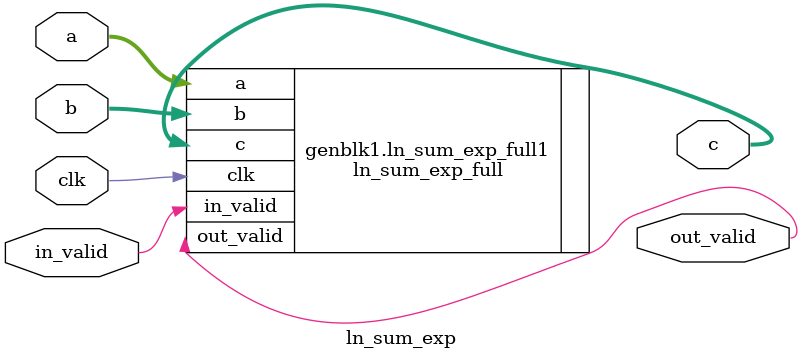
<source format=sv>
`timescale 1ns / 1ps


module ln_sum_exp
#(BITS = 16, PRECISION = "HALF", APROX_EXP = "FALSE", TABLES = 0)
(
input clk,
input in_valid,
input [BITS-1:0] a,
input [BITS-1:0] b,
output out_valid,
output [BITS-1:0] c
);

if (TABLES == 0)
ln_sum_exp_full
#(.BITS(BITS), .PRECISION(PRECISION))
ln_sum_exp_full1
(
.clk,
.in_valid,
.a,
.b,
.out_valid,
.c
);
else
ln_sum_exp_table
#(.BITS(BITS), .PRECISION(PRECISION))
ln_sum_exp_table1
(
.clk,
.in_valid,
.a,
.b,
.out_valid,
.c
);

endmodule

</source>
